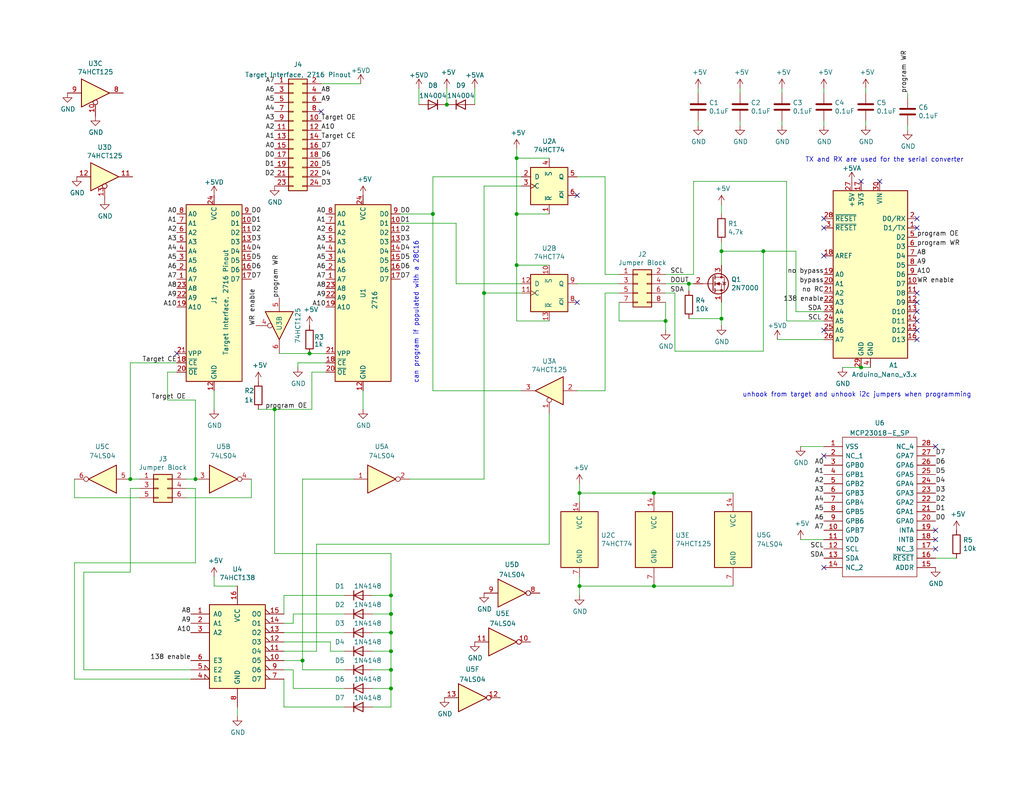
<source format=kicad_sch>
(kicad_sch (version 20211123) (generator eeschema)
  (paper "USLetter")
  (title_block (title "Demon Debugger ROM-IO Interface - I2C Version") (date "2022-02-27") (rev "C"))
  (lib_symbols
    (symbol "74xx:74HC74" (pin_names (offset 1.016))
      (property "Reference" "U" (at -7.62 8.89 0))
      (property "Value" "74HC74" (at -7.62 -8.89 0))
      (symbol "74HC74_1_0"
        (pin input line (at 0 -7.62 90) (length 2.54) (name "~{R}") (number "1"))
        (pin input line (at -7.62 2.54 0) (length 2.54) (name "D") (number "2"))
        (pin input clock (at -7.62 0 0) (length 2.54) (name "C") (number "3"))
        (pin input line (at 0 7.62 270) (length 2.54) (name "~{S}") (number "4"))
        (pin output line (at 7.62 2.54 180) (length 2.54) (name "Q") (number "5"))
        (pin output line (at 7.62 -2.54 180) (length 2.54) (name "~{Q}") (number "6"))
      )
      (symbol "74HC74_2_0"
        (pin input line (at 0 7.62 270) (length 2.54) (name "~{S}") (number "10"))
        (pin input clock (at -7.62 0 0) (length 2.54) (name "C") (number "11"))
        (pin input line (at -7.62 2.54 0) (length 2.54) (name "D") (number "12"))
        (pin input line (at 0 -7.62 90) (length 2.54) (name "~{R}") (number "13"))
        (pin output line (at 7.62 -2.54 180) (length 2.54) (name "~{Q}") (number "8"))
        (pin output line (at 7.62 2.54 180) (length 2.54) (name "Q") (number "9"))
      )
      (symbol "74HC74_3_0"
        (pin power_in line (at 0 10.16 270) (length 2.54) (name "VCC") (number "14"))
        (pin power_in line (at 0 -10.16 90) (length 2.54) (name "GND") (number "7"))
      )
    )
    (symbol "74xx:74LS04"
      (property "Reference" "U" (at 0 1.27 0))
      (property "Value" "74LS04" (at 0 -1.27 0))
      (symbol "74LS04_1_0"
        (pin input line (at -7.62 0 0) (length 3.81) (name "~") (number "1"))
        (pin output inverted (at 7.62 0 180) (length 3.81) (name "~") (number "2"))
      )
      (symbol "74LS04_2_0"
        (pin input line (at -7.62 0 0) (length 3.81) (name "~") (number "3"))
        (pin output inverted (at 7.62 0 180) (length 3.81) (name "~") (number "4"))
      )
      (symbol "74LS04_3_0"
        (pin input line (at -7.62 0 0) (length 3.81) (name "~") (number "5"))
        (pin output inverted (at 7.62 0 180) (length 3.81) (name "~") (number "6"))
      )
      (symbol "74LS04_4_0"
        (pin output inverted (at 7.62 0 180) (length 3.81) (name "~") (number "8"))
        (pin input line (at -7.62 0 0) (length 3.81) (name "~") (number "9"))
      )
      (symbol "74LS04_5_0"
        (pin output inverted (at 7.62 0 180) (length 3.81) (name "~") (number "10"))
        (pin input line (at -7.62 0 0) (length 3.81) (name "~") (number "11"))
      )
      (symbol "74LS04_6_0"
        (pin output inverted (at 7.62 0 180) (length 3.81) (name "~") (number "12"))
        (pin input line (at -7.62 0 0) (length 3.81) (name "~") (number "13"))
      )
      (symbol "74LS04_7_0"
        (pin power_in line (at 0 12.7 270) (length 5.08) (name "VCC") (number "14"))
        (pin power_in line (at 0 -12.7 90) (length 5.08) (name "GND") (number "7"))
      )
    )
    (symbol "74xx:74LS125" (pin_names (offset 1.016))
      (property "Reference" "U" (at 0 1.27 0))
      (property "Value" "74LS125" (at 0 -1.27 0))
      (symbol "74LS125_1_0"
        (pin input inverted (at 0 -6.35 90) (length 4.445) (name "~") (number "1"))
        (pin input line (at -7.62 0 0) (length 3.81) (name "~") (number "2"))
        (pin tri_state line (at 7.62 0 180) (length 3.81) (name "~") (number "3"))
      )
      (symbol "74LS125_2_0"
        (pin input inverted (at 0 -6.35 90) (length 4.445) (name "~") (number "4"))
        (pin input line (at -7.62 0 0) (length 3.81) (name "~") (number "5"))
        (pin tri_state line (at 7.62 0 180) (length 3.81) (name "~") (number "6"))
      )
      (symbol "74LS125_3_0"
        (pin input inverted (at 0 -6.35 90) (length 4.445) (name "~") (number "10"))
        (pin tri_state line (at 7.62 0 180) (length 3.81) (name "~") (number "8"))
        (pin input line (at -7.62 0 0) (length 3.81) (name "~") (number "9"))
      )
      (symbol "74LS125_4_0"
        (pin tri_state line (at 7.62 0 180) (length 3.81) (name "~") (number "11"))
        (pin input line (at -7.62 0 0) (length 3.81) (name "~") (number "12"))
        (pin input inverted (at 0 -6.35 90) (length 4.445) (name "~") (number "13"))
      )
      (symbol "74LS125_5_0"
        (pin power_in line (at 0 12.7 270) (length 5.08) (name "VCC") (number "14"))
        (pin power_in line (at 0 -12.7 90) (length 5.08) (name "GND") (number "7"))
      )
    )
    (symbol "74xx:74LS138" (pin_names (offset 1.016))
      (property "Reference" "U" (at -7.62 11.43 0))
      (property "Value" "74LS138" (at -7.62 -13.97 0))
      (symbol "74LS138_1_0"
        (pin input line (at -12.7 7.62 0) (length 5.08) (name "A0") (number "1"))
        (pin output output_low (at 12.7 -5.08 180) (length 5.08) (name "O5") (number "10"))
        (pin output output_low (at 12.7 -2.54 180) (length 5.08) (name "O4") (number "11"))
        (pin output output_low (at 12.7 0 180) (length 5.08) (name "O3") (number "12"))
        (pin output output_low (at 12.7 2.54 180) (length 5.08) (name "O2") (number "13"))
        (pin output output_low (at 12.7 5.08 180) (length 5.08) (name "O1") (number "14"))
        (pin output output_low (at 12.7 7.62 180) (length 5.08) (name "O0") (number "15"))
        (pin power_in line (at 0 15.24 270) (length 5.08) (name "VCC") (number "16"))
        (pin input line (at -12.7 5.08 0) (length 5.08) (name "A1") (number "2"))
        (pin input line (at -12.7 2.54 0) (length 5.08) (name "A2") (number "3"))
        (pin input input_low (at -12.7 -10.16 0) (length 5.08) (name "E1") (number "4"))
        (pin input input_low (at -12.7 -7.62 0) (length 5.08) (name "E2") (number "5"))
        (pin input line (at -12.7 -5.08 0) (length 5.08) (name "E3") (number "6"))
        (pin output output_low (at 12.7 -10.16 180) (length 5.08) (name "O7") (number "7"))
        (pin power_in line (at 0 -17.78 90) (length 5.08) (name "GND") (number "8"))
        (pin output output_low (at 12.7 -7.62 180) (length 5.08) (name "O6") (number "9"))
      )
    )
    (symbol "Connector_Generic:Conn_02x03_Odd_Even" (pin_names (offset 1.016) hide)
      (property "Reference" "J" (at 1.27 5.08 0))
      (property "Value" "Conn_02x03_Odd_Even" (at 1.27 -5.08 0))
      (symbol "Conn_02x03_Odd_Even_1_1"
        (pin passive line (at -5.08 2.54 0) (length 3.81) (name "Pin_1") (number "1"))
        (pin passive line (at 7.62 2.54 180) (length 3.81) (name "Pin_2") (number "2"))
        (pin passive line (at -5.08 0 0) (length 3.81) (name "Pin_3") (number "3"))
        (pin passive line (at 7.62 0 180) (length 3.81) (name "Pin_4") (number "4"))
        (pin passive line (at -5.08 -2.54 0) (length 3.81) (name "Pin_5") (number "5"))
        (pin passive line (at 7.62 -2.54 180) (length 3.81) (name "Pin_6") (number "6"))
      )
    )
    (symbol "Connector_Generic:Conn_02x04_Odd_Even" (pin_names (offset 1.016) hide)
      (property "Reference" "J" (at 1.27 5.08 0))
      (property "Value" "Conn_02x04_Odd_Even" (at 1.27 -7.62 0))
      (symbol "Conn_02x04_Odd_Even_1_1"
        (pin passive line (at -5.08 2.54 0) (length 3.81) (name "Pin_1") (number "1"))
        (pin passive line (at 7.62 2.54 180) (length 3.81) (name "Pin_2") (number "2"))
        (pin passive line (at -5.08 0 0) (length 3.81) (name "Pin_3") (number "3"))
        (pin passive line (at 7.62 0 180) (length 3.81) (name "Pin_4") (number "4"))
        (pin passive line (at -5.08 -2.54 0) (length 3.81) (name "Pin_5") (number "5"))
        (pin passive line (at 7.62 -2.54 180) (length 3.81) (name "Pin_6") (number "6"))
        (pin passive line (at -5.08 -5.08 0) (length 3.81) (name "Pin_7") (number "7"))
        (pin passive line (at 7.62 -5.08 180) (length 3.81) (name "Pin_8") (number "8"))
      )
    )
    (symbol "Connector_Generic:Conn_02x12_Odd_Even" (pin_names (offset 1.016) hide)
      (property "Reference" "J" (at 1.27 15.24 0))
      (property "Value" "Conn_02x12_Odd_Even" (at 1.27 -17.78 0))
      (symbol "Conn_02x12_Odd_Even_1_1"
        (pin passive line (at -5.08 12.7 0) (length 3.81) (name "Pin_1") (number "1"))
        (pin passive line (at 7.62 2.54 180) (length 3.81) (name "Pin_10") (number "10"))
        (pin passive line (at -5.08 0 0) (length 3.81) (name "Pin_11") (number "11"))
        (pin passive line (at 7.62 0 180) (length 3.81) (name "Pin_12") (number "12"))
        (pin passive line (at -5.08 -2.54 0) (length 3.81) (name "Pin_13") (number "13"))
        (pin passive line (at 7.62 -2.54 180) (length 3.81) (name "Pin_14") (number "14"))
        (pin passive line (at -5.08 -5.08 0) (length 3.81) (name "Pin_15") (number "15"))
        (pin passive line (at 7.62 -5.08 180) (length 3.81) (name "Pin_16") (number "16"))
        (pin passive line (at -5.08 -7.62 0) (length 3.81) (name "Pin_17") (number "17"))
        (pin passive line (at 7.62 -7.62 180) (length 3.81) (name "Pin_18") (number "18"))
        (pin passive line (at -5.08 -10.16 0) (length 3.81) (name "Pin_19") (number "19"))
        (pin passive line (at 7.62 12.7 180) (length 3.81) (name "Pin_2") (number "2"))
        (pin passive line (at 7.62 -10.16 180) (length 3.81) (name "Pin_20") (number "20"))
        (pin passive line (at -5.08 -12.7 0) (length 3.81) (name "Pin_21") (number "21"))
        (pin passive line (at 7.62 -12.7 180) (length 3.81) (name "Pin_22") (number "22"))
        (pin passive line (at -5.08 -15.24 0) (length 3.81) (name "Pin_23") (number "23"))
        (pin passive line (at 7.62 -15.24 180) (length 3.81) (name "Pin_24") (number "24"))
        (pin passive line (at -5.08 10.16 0) (length 3.81) (name "Pin_3") (number "3"))
        (pin passive line (at 7.62 10.16 180) (length 3.81) (name "Pin_4") (number "4"))
        (pin passive line (at -5.08 7.62 0) (length 3.81) (name "Pin_5") (number "5"))
        (pin passive line (at 7.62 7.62 180) (length 3.81) (name "Pin_6") (number "6"))
        (pin passive line (at -5.08 5.08 0) (length 3.81) (name "Pin_7") (number "7"))
        (pin passive line (at 7.62 5.08 180) (length 3.81) (name "Pin_8") (number "8"))
        (pin passive line (at -5.08 2.54 0) (length 3.81) (name "Pin_9") (number "9"))
      )
    )
    (symbol "Device:C" (pin_numbers hide) (pin_names (offset 0.254))
      (property "Reference" "C" (at 0.635 2.54 0))
      (property "Value" "C" (at 0.635 -2.54 0))
      (symbol "C_1_1"
        (pin passive line (at 0 3.81 270) (length 2.794) (name "~") (number "1"))
        (pin passive line (at 0 -3.81 90) (length 2.794) (name "~") (number "2"))
      )
    )
    (symbol "Device:R" (pin_numbers hide) (pin_names (offset 0))
      (property "Reference" "R" (at 2.032 0 90))
      (property "Value" "R" (at 0 0 90))
      (symbol "R_1_1"
        (pin passive line (at 0 3.81 270) (length 1.27) (name "~") (number "1"))
        (pin passive line (at 0 -3.81 90) (length 1.27) (name "~") (number "2"))
      )
    )
    (symbol "Diode:1N4004" (pin_numbers hide) (pin_names (offset 1.016) hide)
      (property "Reference" "D" (at 0 2.54 0))
      (property "Value" "1N4004" (at 0 -2.54 0))
      (symbol "1N4004_1_1"
        (pin passive line (at -3.81 0 0) (length 2.54) (name "K") (number "1"))
        (pin passive line (at 3.81 0 180) (length 2.54) (name "A") (number "2"))
      )
    )
    (symbol "Diode:1N4148" (pin_numbers hide) (pin_names (offset 1.016) hide)
      (property "Reference" "D" (at 0 2.54 0))
      (property "Value" "1N4148" (at 0 -2.54 0))
      (symbol "1N4148_1_1"
        (pin passive line (at -3.81 0 0) (length 2.54) (name "K") (number "1"))
        (pin passive line (at 3.81 0 180) (length 2.54) (name "A") (number "2"))
      )
    )
    (symbol "MCU_Module:Arduino_Nano_v3.x"
      (property "Reference" "A" (at -10.16 23.495 0))
      (property "Value" "Arduino_Nano_v3.x" (at 5.08 -24.13 0))
      (symbol "Arduino_Nano_v3.x_1_1"
        (pin bidirectional line (at -12.7 12.7 0) (length 2.54) (name "D1/TX") (number "1"))
        (pin bidirectional line (at -12.7 -2.54 0) (length 2.54) (name "D7") (number "10"))
        (pin bidirectional line (at -12.7 -5.08 0) (length 2.54) (name "D8") (number "11"))
        (pin bidirectional line (at -12.7 -7.62 0) (length 2.54) (name "D9") (number "12"))
        (pin bidirectional line (at -12.7 -10.16 0) (length 2.54) (name "D10") (number "13"))
        (pin bidirectional line (at -12.7 -12.7 0) (length 2.54) (name "D11") (number "14"))
        (pin bidirectional line (at -12.7 -15.24 0) (length 2.54) (name "D12") (number "15"))
        (pin bidirectional line (at -12.7 -17.78 0) (length 2.54) (name "D13") (number "16"))
        (pin power_out line (at 2.54 25.4 270) (length 2.54) (name "3V3") (number "17"))
        (pin input line (at 12.7 5.08 180) (length 2.54) (name "AREF") (number "18"))
        (pin bidirectional line (at 12.7 0 180) (length 2.54) (name "A0") (number "19"))
        (pin bidirectional line (at -12.7 15.24 0) (length 2.54) (name "D0/RX") (number "2"))
        (pin bidirectional line (at 12.7 -2.54 180) (length 2.54) (name "A1") (number "20"))
        (pin bidirectional line (at 12.7 -5.08 180) (length 2.54) (name "A2") (number "21"))
        (pin bidirectional line (at 12.7 -7.62 180) (length 2.54) (name "A3") (number "22"))
        (pin bidirectional line (at 12.7 -10.16 180) (length 2.54) (name "A4") (number "23"))
        (pin bidirectional line (at 12.7 -12.7 180) (length 2.54) (name "A5") (number "24"))
        (pin bidirectional line (at 12.7 -15.24 180) (length 2.54) (name "A6") (number "25"))
        (pin bidirectional line (at 12.7 -17.78 180) (length 2.54) (name "A7") (number "26"))
        (pin power_out line (at 5.08 25.4 270) (length 2.54) (name "+5V") (number "27"))
        (pin input line (at 12.7 15.24 180) (length 2.54) (name "~{RESET}") (number "28"))
        (pin power_in line (at 2.54 -25.4 90) (length 2.54) (name "GND") (number "29"))
        (pin input line (at 12.7 12.7 180) (length 2.54) (name "~{RESET}") (number "3"))
        (pin power_in line (at -2.54 25.4 270) (length 2.54) (name "VIN") (number "30"))
        (pin power_in line (at 0 -25.4 90) (length 2.54) (name "GND") (number "4"))
        (pin bidirectional line (at -12.7 10.16 0) (length 2.54) (name "D2") (number "5"))
        (pin bidirectional line (at -12.7 7.62 0) (length 2.54) (name "D3") (number "6"))
        (pin bidirectional line (at -12.7 5.08 0) (length 2.54) (name "D4") (number "7"))
        (pin bidirectional line (at -12.7 2.54 0) (length 2.54) (name "D5") (number "8"))
        (pin bidirectional line (at -12.7 0 0) (length 2.54) (name "D6") (number "9"))
      )
    )
    (symbol "Memory_EPROM:2716"
      (property "Reference" "U" (at -7.62 24.13 0))
      (property "Value" "2716" (at 2.54 -26.67 0))
      (symbol "2716_1_1"
        (pin input line (at -10.16 2.54 0) (length 2.54) (name "A7") (number "1"))
        (pin tri_state line (at 10.16 17.78 180) (length 2.54) (name "D1") (number "10"))
        (pin tri_state line (at 10.16 15.24 180) (length 2.54) (name "D2") (number "11"))
        (pin power_in line (at 0 -27.94 90) (length 2.54) (name "GND") (number "12"))
        (pin tri_state line (at 10.16 12.7 180) (length 2.54) (name "D3") (number "13"))
        (pin tri_state line (at 10.16 10.16 180) (length 2.54) (name "D4") (number "14"))
        (pin tri_state line (at 10.16 7.62 180) (length 2.54) (name "D5") (number "15"))
        (pin tri_state line (at 10.16 5.08 180) (length 2.54) (name "D6") (number "16"))
        (pin tri_state line (at 10.16 2.54 180) (length 2.54) (name "D7") (number "17"))
        (pin input line (at -10.16 -20.32 0) (length 2.54) (name "~{CE}") (number "18"))
        (pin input line (at -10.16 -5.08 0) (length 2.54) (name "A10") (number "19"))
        (pin input line (at -10.16 5.08 0) (length 2.54) (name "A6") (number "2"))
        (pin input line (at -10.16 -22.86 0) (length 2.54) (name "~{OE}") (number "20"))
        (pin input line (at -10.16 -17.78 0) (length 2.54) (name "VPP") (number "21"))
        (pin input line (at -10.16 -2.54 0) (length 2.54) (name "A9") (number "22"))
        (pin input line (at -10.16 0 0) (length 2.54) (name "A8") (number "23"))
        (pin power_in line (at 0 25.4 270) (length 2.54) (name "VCC") (number "24"))
        (pin input line (at -10.16 7.62 0) (length 2.54) (name "A5") (number "3"))
        (pin input line (at -10.16 10.16 0) (length 2.54) (name "A4") (number "4"))
        (pin input line (at -10.16 12.7 0) (length 2.54) (name "A3") (number "5"))
        (pin input line (at -10.16 15.24 0) (length 2.54) (name "A2") (number "6"))
        (pin input line (at -10.16 17.78 0) (length 2.54) (name "A1") (number "7"))
        (pin input line (at -10.16 20.32 0) (length 2.54) (name "A0") (number "8"))
        (pin tri_state line (at 10.16 20.32 180) (length 2.54) (name "D0") (number "9"))
      )
    )
    (symbol "Transistor_FET:2N7000" (pin_names hide)
      (property "Reference" "Q" (at 5.08 1.905 0))
      (property "Value" "2N7000" (at 5.08 0 0))
      (symbol "2N7000_1_1"
        (pin passive line (at 2.54 -5.08 90) (length 2.54) (name "S") (number "1"))
        (pin input line (at -5.08 0 0) (length 2.54) (name "G") (number "2"))
        (pin passive line (at 2.54 5.08 270) (length 2.54) (name "D") (number "3"))
      )
    )
    (symbol "mouser:MCP23018-E_SP" (pin_names (offset 0.762))
      (property "Reference" "IC" (at 26.67 7.62 0))
      (property "Value" "MCP23018-E_SP" (at 26.67 5.08 0))
      (symbol "MCP23018-E_SP_0_0"
        (pin power_in line (at 0 0 0) (length 5.08) (name "VSS") (number "1"))
        (pin bidirectional line (at 0 -22.86 0) (length 5.08) (name "GPB7") (number "10"))
        (pin power_in line (at 0 -25.4 0) (length 5.08) (name "VDD") (number "11"))
        (pin bidirectional line (at 0 -27.94 0) (length 5.08) (name "SCL") (number "12"))
        (pin bidirectional line (at 0 -30.48 0) (length 5.08) (name "SDA") (number "13"))
        (pin passive line (at 0 -33.02 0) (length 5.08) (name "NC_2") (number "14"))
        (pin input line (at 30.48 -33.02 180) (length 5.08) (name "ADDR") (number "15"))
        (pin input line (at 30.48 -30.48 180) (length 5.08) (name "~{RESET}") (number "16"))
        (pin passive line (at 30.48 -27.94 180) (length 5.08) (name "NC_3") (number "17"))
        (pin input line (at 30.48 -25.4 180) (length 5.08) (name "INTB") (number "18"))
        (pin input line (at 30.48 -22.86 180) (length 5.08) (name "INTA") (number "19"))
        (pin passive line (at 0 -2.54 0) (length 5.08) (name "NC_1") (number "2"))
        (pin bidirectional line (at 30.48 -20.32 180) (length 5.08) (name "GPA0") (number "20"))
        (pin bidirectional line (at 30.48 -17.78 180) (length 5.08) (name "GPA1") (number "21"))
        (pin bidirectional line (at 30.48 -15.24 180) (length 5.08) (name "GPA2") (number "22"))
        (pin bidirectional line (at 30.48 -12.7 180) (length 5.08) (name "GPA3") (number "23"))
        (pin bidirectional line (at 30.48 -10.16 180) (length 5.08) (name "GPA4") (number "24"))
        (pin bidirectional line (at 30.48 -7.62 180) (length 5.08) (name "GPA5") (number "25"))
        (pin bidirectional line (at 30.48 -5.08 180) (length 5.08) (name "GPA6") (number "26"))
        (pin bidirectional line (at 30.48 -2.54 180) (length 5.08) (name "GPA7") (number "27"))
        (pin passive line (at 30.48 0 180) (length 5.08) (name "NC_4") (number "28"))
        (pin bidirectional line (at 0 -5.08 0) (length 5.08) (name "GPB0") (number "3"))
        (pin bidirectional line (at 0 -7.62 0) (length 5.08) (name "GPB1") (number "4"))
        (pin bidirectional line (at 0 -10.16 0) (length 5.08) (name "GPB2") (number "5"))
        (pin bidirectional line (at 0 -12.7 0) (length 5.08) (name "GPB3") (number "6"))
        (pin bidirectional line (at 0 -15.24 0) (length 5.08) (name "GPB4") (number "7"))
        (pin bidirectional line (at 0 -17.78 0) (length 5.08) (name "GPB5") (number "8"))
        (pin bidirectional line (at 0 -20.32 0) (length 5.08) (name "GPB6") (number "9"))
      )
    )
    (symbol "power:+5V" (power) (pin_names (offset 0))
      (property "Value" "+5V" (at 0 3.556 0))
      (symbol "+5V_1_1"
        (pin power_in line (at 0 0 90) (length 0) hide (name "+5V") (number "1"))
      )
    )
    (symbol "power:+5VA" (power) (pin_names (offset 0))
      (property "Value" "+5VA" (at 0 3.556 0))
      (symbol "+5VA_1_1"
        (pin power_in line (at 0 0 90) (length 0) hide (name "+5VA") (number "1"))
      )
    )
    (symbol "power:+5VD" (power) (pin_names (offset 0))
      (property "Value" "+5VD" (at 0 3.556 0))
      (symbol "+5VD_1_1"
        (pin power_in line (at 0 0 90) (length 0) hide (name "+5VD") (number "1"))
      )
    )
    (symbol "power:GND" (power) (pin_names (offset 0))
      (property "Value" "GND" (at 0 -3.81 0))
      (symbol "GND_1_1"
        (pin power_in line (at 0 0 270) (length 0) hide (name "GND") (number "1"))
      )
    )
  )
  (junction (at 84.455 96.52))
  (junction (at 196.85 86.995))
  (junction (at 178.435 134.62))
  (junction (at 106.68 187.96))
  (junction (at 74.93 111.76))
  (junction (at 158.115 134.62))
  (junction (at 208.28 68.58))
  (junction (at 121.92 28.575))
  (junction (at 187.96 77.47))
  (junction (at 140.97 58.42))
  (junction (at 181.61 87.63))
  (junction (at 234.95 100.33))
  (junction (at 106.68 172.72))
  (junction (at 106.68 162.56))
  (junction (at 140.97 72.39))
  (junction (at 158.115 160.02))
  (junction (at 132.08 80.01))
  (junction (at 53.34 130.81))
  (junction (at 82.55 180.34))
  (junction (at 106.68 177.8))
  (junction (at 196.85 68.58))
  (junction (at 178.435 160.02))
  (junction (at 140.97 43.18))
  (junction (at 35.56 130.81))
  (junction (at 106.68 167.64))
  (junction (at 106.68 182.88))
  (junction (at 118.11 58.42))
  (no_connect (at 157.48 53.34))
  (no_connect (at 250.19 80.01))
  (no_connect (at 234.95 49.53))
  (no_connect (at 87.63 30.48))
  (no_connect (at 250.19 82.55))
  (no_connect (at 255.27 144.78))
  (no_connect (at 224.79 154.94))
  (no_connect (at 250.19 85.09))
  (no_connect (at 224.79 59.69))
  (no_connect (at 240.03 49.53))
  (no_connect (at 255.27 147.32))
  (no_connect (at 224.79 62.23))
  (no_connect (at 250.19 62.23))
  (no_connect (at 250.19 90.17))
  (no_connect (at 224.79 69.85))
  (no_connect (at 250.19 87.63))
  (no_connect (at 250.19 59.69))
  (no_connect (at 48.26 96.52))
  (no_connect (at 250.19 92.71))
  (no_connect (at 224.79 124.46))
  (no_connect (at 255.27 121.92))
  (no_connect (at 157.48 82.55))
  (no_connect (at 255.27 149.86))
  (no_connect (at 224.79 90.17))
  (wire (pts (xy 212.09 92.71) (xy 224.79 92.71)))
  (wire (pts (xy 217.17 68.58) (xy 217.17 85.09)))
  (wire (pts (xy 157.48 48.26) (xy 165.1 48.26)))
  (wire (pts (xy 187.96 77.47) (xy 187.96 79.375)))
  (wire (pts (xy 20.32 153.67) (xy 53.34 153.67)))
  (wire (pts (xy 140.97 58.42) (xy 149.86 58.42)))
  (wire (pts (xy 255.27 152.4) (xy 260.985 152.4)))
  (wire (pts (xy 124.46 60.96) (xy 124.46 77.47)))
  (wire (pts (xy 35.56 133.35) (xy 35.56 156.21)))
  (wire (pts (xy 189.23 74.93) (xy 189.23 49.53)))
  (wire (pts (xy 77.47 182.88) (xy 80.01 182.88)))
  (wire (pts (xy 132.08 130.81) (xy 111.76 130.81)))
  (wire (pts (xy 218.44 147.32) (xy 224.79 147.32)))
  (wire (pts (xy 58.42 160.02) (xy 58.42 157.48)))
  (wire (pts (xy 236.22 33.02) (xy 236.22 34.29)))
  (wire (pts (xy 80.01 170.18) (xy 80.01 167.64)))
  (wire (pts (xy 190.5 24.13) (xy 190.5 25.4)))
  (wire (pts (xy 101.6 162.56) (xy 106.68 162.56)))
  (wire (pts (xy 90.17 177.8) (xy 93.98 177.8)))
  (wire (pts (xy 38.1 133.35) (xy 35.56 133.35)))
  (wire (pts (xy 158.115 160.02) (xy 158.115 162.56)))
  (wire (pts (xy 52.07 182.88) (xy 22.86 182.88)))
  (wire (pts (xy 168.91 87.63) (xy 181.61 87.63)))
  (wire (pts (xy 121.92 24.13) (xy 121.92 28.575)))
  (wire (pts (xy 196.85 55.88) (xy 196.85 58.42)))
  (wire (pts (xy 140.97 40.64) (xy 140.97 43.18)))
  (wire (pts (xy 77.47 170.18) (xy 80.01 170.18)))
  (wire (pts (xy 80.01 187.96) (xy 93.98 187.96)))
  (wire (pts (xy 74.93 151.13) (xy 74.93 111.76)))
  (wire (pts (xy 196.85 68.58) (xy 196.85 72.39)))
  (wire (pts (xy 247.65 25.4) (xy 247.65 26.67)))
  (wire (pts (xy 168.91 74.93) (xy 165.1 74.93)))
  (wire (pts (xy 50.8 135.89) (xy 68.58 135.89)))
  (wire (pts (xy 77.47 167.64) (xy 77.47 162.56)))
  (wire (pts (xy 181.61 82.55) (xy 181.61 87.63)))
  (wire (pts (xy 106.68 177.8) (xy 106.68 182.88)))
  (wire (pts (xy 165.1 80.01) (xy 165.1 106.68)))
  (wire (pts (xy 88.9 101.6) (xy 85.09 101.6)))
  (wire (pts (xy 181.61 74.93) (xy 189.23 74.93)))
  (wire (pts (xy 106.68 187.96) (xy 101.6 187.96)))
  (wire (pts (xy 236.22 24.13) (xy 236.22 25.4)))
  (wire (pts (xy 101.6 182.88) (xy 106.68 182.88)))
  (wire (pts (xy 77.47 180.34) (xy 82.55 180.34)))
  (wire (pts (xy 50.8 130.81) (xy 53.34 130.81)))
  (wire (pts (xy 106.68 182.88) (xy 106.68 187.96)))
  (wire (pts (xy 101.6 193.04) (xy 106.68 193.04)))
  (wire (pts (xy 190.5 33.02) (xy 190.5 34.29)))
  (wire (pts (xy 48.26 101.6) (xy 45.72 101.6)))
  (wire (pts (xy 149.86 113.03) (xy 149.86 148.59)))
  (wire (pts (xy 118.11 48.26) (xy 118.11 58.42)))
  (wire (pts (xy 77.47 175.26) (xy 90.17 175.26)))
  (wire (pts (xy 184.15 80.01) (xy 184.15 95.885)))
  (wire (pts (xy 196.85 68.58) (xy 208.28 68.58)))
  (wire (pts (xy 35.56 99.06) (xy 35.56 130.81)))
  (wire (pts (xy 118.11 48.26) (xy 142.24 48.26)))
  (wire (pts (xy 106.68 193.04) (xy 106.68 187.96)))
  (wire (pts (xy 168.91 80.01) (xy 165.1 80.01)))
  (wire (pts (xy 224.79 33.02) (xy 224.79 34.29)))
  (wire (pts (xy 106.68 151.13) (xy 106.68 162.56)))
  (wire (pts (xy 132.08 50.8) (xy 132.08 80.01)))
  (wire (pts (xy 77.47 162.56) (xy 93.98 162.56)))
  (wire (pts (xy 132.08 80.01) (xy 132.08 130.81)))
  (wire (pts (xy 45.72 109.22) (xy 45.72 101.6)))
  (wire (pts (xy 158.115 132.08) (xy 158.115 134.62)))
  (wire (pts (xy 247.65 34.29) (xy 247.65 35.56)))
  (wire (pts (xy 213.36 24.13) (xy 213.36 25.4)))
  (wire (pts (xy 213.36 33.02) (xy 213.36 34.29)))
  (wire (pts (xy 82.55 130.81) (xy 82.55 180.34)))
  (wire (pts (xy 157.48 106.68) (xy 165.1 106.68)))
  (wire (pts (xy 158.115 157.48) (xy 158.115 160.02)))
  (wire (pts (xy 53.34 153.67) (xy 53.34 133.35)))
  (wire (pts (xy 214.63 49.53) (xy 214.63 87.63)))
  (wire (pts (xy 208.28 68.58) (xy 217.17 68.58)))
  (wire (pts (xy 129.54 24.13) (xy 129.54 28.575)))
  (wire (pts (xy 158.115 134.62) (xy 178.435 134.62)))
  (wire (pts (xy 77.47 185.42) (xy 77.47 193.04)))
  (wire (pts (xy 224.79 85.09) (xy 217.17 85.09)))
  (wire (pts (xy 86.36 148.59) (xy 86.36 177.8)))
  (wire (pts (xy 124.46 77.47) (xy 142.24 77.47)))
  (wire (pts (xy 101.6 177.8) (xy 106.68 177.8)))
  (wire (pts (xy 87.63 22.86) (xy 98.425 22.86)))
  (wire (pts (xy 101.6 172.72) (xy 106.68 172.72)))
  (wire (pts (xy 20.32 185.42) (xy 20.32 153.67)))
  (wire (pts (xy 201.93 24.13) (xy 201.93 25.4)))
  (wire (pts (xy 84.455 96.52) (xy 88.9 96.52)))
  (wire (pts (xy 118.11 106.68) (xy 142.24 106.68)))
  (wire (pts (xy 93.98 193.04) (xy 77.47 193.04)))
  (wire (pts (xy 132.08 50.8) (xy 142.24 50.8)))
  (wire (pts (xy 158.115 160.02) (xy 178.435 160.02)))
  (wire (pts (xy 187.96 77.47) (xy 189.23 77.47)))
  (wire (pts (xy 38.1 130.81) (xy 35.56 130.81)))
  (wire (pts (xy 109.22 58.42) (xy 118.11 58.42)))
  (wire (pts (xy 214.63 87.63) (xy 224.79 87.63)))
  (wire (pts (xy 74.93 151.13) (xy 106.68 151.13)))
  (wire (pts (xy 140.97 58.42) (xy 140.97 72.39)))
  (wire (pts (xy 20.32 185.42) (xy 52.07 185.42)))
  (wire (pts (xy 196.85 66.04) (xy 196.85 68.58)))
  (wire (pts (xy 35.56 99.06) (xy 48.26 99.06)))
  (wire (pts (xy 77.47 172.72) (xy 93.98 172.72)))
  (wire (pts (xy 140.97 43.18) (xy 149.86 43.18)))
  (wire (pts (xy 234.95 100.33) (xy 237.49 100.33)))
  (wire (pts (xy 22.86 156.21) (xy 22.86 182.88)))
  (wire (pts (xy 20.32 130.81) (xy 20.32 135.89)))
  (wire (pts (xy 140.97 43.18) (xy 140.97 58.42)))
  (wire (pts (xy 68.58 135.89) (xy 68.58 130.81)))
  (wire (pts (xy 22.86 156.21) (xy 35.56 156.21)))
  (wire (pts (xy 85.09 101.6) (xy 85.09 111.76)))
  (wire (pts (xy 80.01 182.88) (xy 80.01 187.96)))
  (wire (pts (xy 106.68 167.64) (xy 106.68 172.72)))
  (wire (pts (xy 80.01 167.64) (xy 93.98 167.64)))
  (wire (pts (xy 82.55 180.34) (xy 82.55 182.88)))
  (wire (pts (xy 224.79 24.13) (xy 224.79 25.4)))
  (wire (pts (xy 140.97 72.39) (xy 149.86 72.39)))
  (wire (pts (xy 132.08 80.01) (xy 142.24 80.01)))
  (wire (pts (xy 181.61 80.01) (xy 184.15 80.01)))
  (wire (pts (xy 229.87 100.33) (xy 234.95 100.33)))
  (wire (pts (xy 74.93 111.76) (xy 85.09 111.76)))
  (wire (pts (xy 208.28 68.58) (xy 208.28 95.885)))
  (wire (pts (xy 178.435 134.62) (xy 200.025 134.62)))
  (wire (pts (xy 86.36 148.59) (xy 149.86 148.59)))
  (wire (pts (xy 189.23 49.53) (xy 214.63 49.53)))
  (wire (pts (xy 165.1 74.93) (xy 165.1 48.26)))
  (wire (pts (xy 81.28 99.06) (xy 88.9 99.06)))
  (wire (pts (xy 64.77 160.02) (xy 58.42 160.02)))
  (wire (pts (xy 157.48 77.47) (xy 168.91 77.47)))
  (wire (pts (xy 196.85 82.55) (xy 196.85 86.995)))
  (wire (pts (xy 118.11 58.42) (xy 118.11 106.68)))
  (wire (pts (xy 53.34 109.22) (xy 45.72 109.22)))
  (wire (pts (xy 99.06 106.68) (xy 99.06 111.76)))
  (wire (pts (xy 20.32 135.89) (xy 38.1 135.89)))
  (wire (pts (xy 109.22 60.96) (xy 124.46 60.96)))
  (wire (pts (xy 77.47 177.8) (xy 86.36 177.8)))
  (wire (pts (xy 101.6 167.64) (xy 106.68 167.64)))
  (wire (pts (xy 106.68 172.72) (xy 106.68 177.8)))
  (wire (pts (xy 187.96 86.995) (xy 196.85 86.995)))
  (wire (pts (xy 201.93 33.02) (xy 201.93 34.29)))
  (wire (pts (xy 140.97 72.39) (xy 140.97 87.63)))
  (wire (pts (xy 158.115 134.62) (xy 158.115 137.16)))
  (wire (pts (xy 184.15 95.885) (xy 208.28 95.885)))
  (wire (pts (xy 114.3 28.575) (xy 114.3 24.13)))
  (wire (pts (xy 181.61 77.47) (xy 187.96 77.47)))
  (wire (pts (xy 53.34 133.35) (xy 50.8 133.35)))
  (wire (pts (xy 82.55 182.88) (xy 93.98 182.88)))
  (wire (pts (xy 106.68 162.56) (xy 106.68 167.64)))
  (wire (pts (xy 181.61 87.63) (xy 181.61 90.17)))
  (wire (pts (xy 196.85 86.995) (xy 196.85 88.9)))
  (wire (pts (xy 200.025 160.02) (xy 178.435 160.02)))
  (wire (pts (xy 218.44 121.92) (xy 224.79 121.92)))
  (wire (pts (xy 53.34 109.22) (xy 53.34 130.81)))
  (wire (pts (xy 58.42 106.68) (xy 58.42 111.76)))
  (wire (pts (xy 76.2 96.52) (xy 84.455 96.52)))
  (wire (pts (xy 70.485 111.76) (xy 74.93 111.76)))
  (wire (pts (xy 90.17 175.26) (xy 90.17 177.8)))
  (wire (pts (xy 168.91 82.55) (xy 168.91 87.63)))
  (wire (pts (xy 64.77 195.58) (xy 64.77 193.04)))
  (wire (pts (xy 140.97 87.63) (xy 149.86 87.63)))
  (wire (pts (xy 81.28 100.33) (xy 81.28 99.06)))
  (wire (pts (xy 82.55 130.81) (xy 96.52 130.81)))
  (text "TX and RX are used for the serial converter" (at 219.71 44.45 0) (effects (font (size 1.27 1.27)) (justify left bottom)))
  (text "can program if populated with a 28C16" (at 114.3 104.775 90) (effects (font (size 1.27 1.27)) (justify left bottom)))
  (text "unhook from target and unhook i2c jumpers when programming" (at 202.565 108.585 0) (effects (font (size 1.27 1.27)) (justify left bottom)))
  (label "D4" (at 255.27 132.08 0))
  (label "WR enable" (at 69.85 88.9 90))
  (label "A5" (at 48.26 71.12 180))
  (label "A9" (at 52.07 170.18 180))
  (label "A4" (at 88.9 68.58 180))
  (label "A10" (at 88.9 83.82 180))
  (label "A9" (at 48.26 81.28 180))
  (label "D6" (at 109.22 73.66 0))
  (label "A10" (at 48.26 83.82 180))
  (label "A10" (at 250.19 74.93 0))
  (label "program WR" (at 247.65 25.4 90))
  (label "D2" (at 109.22 63.5 0))
  (label "D6" (at 255.27 127 0))
  (label "D7" (at 109.22 76.2 0))
  (label "A9" (at 250.19 72.39 0))
  (label "Target OE" (at 50.8 109.22 180))
  (label "A6" (at 48.26 73.66 180))
  (label "D1" (at 74.93 45.72 180))
  (label "Target CE" (at 87.63 38.1 0))
  (label "program WR" (at 76.2 81.28 90))
  (label "A1" (at 88.9 60.96 180))
  (label "D4" (at 68.58 68.58 0))
  (label "A1" (at 48.26 60.96 180))
  (label "A3" (at 224.79 134.62 180))
  (label "A1" (at 224.79 129.54 180))
  (label "A4" (at 74.93 30.48 180))
  (label "A8" (at 87.63 25.4 0))
  (label "A3" (at 88.9 66.04 180))
  (label "D2" (at 74.93 48.26 180))
  (label "D0" (at 74.93 43.18 180))
  (label "WR enable" (at 250.19 77.47 0))
  (label "D3" (at 68.58 66.04 0))
  (label "A7" (at 74.93 22.86 180))
  (label "D7" (at 68.58 76.2 0))
  (label "D0" (at 255.27 142.24 0))
  (label "A2" (at 74.93 35.56 180))
  (label "SDA" (at 224.155 85.09 180))
  (label "A7" (at 88.9 76.2 180))
  (label "SDA" (at 224.79 152.4 180))
  (label "A2" (at 48.26 63.5 180))
  (label "A6" (at 88.9 73.66 180))
  (label "D5" (at 68.58 71.12 0))
  (label "D4" (at 109.22 68.58 0))
  (label "D7" (at 255.27 124.46 0))
  (label "D0" (at 68.58 58.42 0))
  (label "D6" (at 87.63 43.18 0))
  (label "DOUT" (at 182.88 77.47 0))
  (label "A3" (at 74.93 33.02 180))
  (label "program OE" (at 250.19 64.77 0))
  (label "no bypass" (at 224.79 74.93 180))
  (label "A2" (at 88.9 63.5 180))
  (label "A10" (at 52.07 172.72 180))
  (label "A0" (at 88.9 58.42 180))
  (label "SDA" (at 182.88 80.01 0))
  (label "A3" (at 48.26 66.04 180))
  (label "A2" (at 224.79 132.08 180))
  (label "A4" (at 224.79 137.16 180))
  (label "A5" (at 88.9 71.12 180))
  (label "D5" (at 255.27 129.54 0))
  (label "A8" (at 250.19 69.85 0))
  (label "A10" (at 87.63 35.56 0))
  (label "A9" (at 88.9 81.28 180))
  (label "D2" (at 68.58 63.5 0))
  (label "Target OE" (at 87.63 33.02 0))
  (label "A7" (at 48.26 76.2 180))
  (label "A0" (at 224.79 127 180))
  (label "138 enable" (at 52.07 180.34 180))
  (label "D3" (at 87.63 50.8 0))
  (label "D3" (at 109.22 66.04 0))
  (label "A1" (at 74.93 38.1 180))
  (label "A7" (at 224.79 144.78 180))
  (label "A0" (at 74.93 40.64 180))
  (label "A5" (at 224.79 139.7 180))
  (label "D7" (at 87.63 40.64 0))
  (label "A8" (at 88.9 78.74 180))
  (label "D6" (at 68.58 73.66 0))
  (label "D5" (at 87.63 45.72 0))
  (label "D1" (at 68.58 60.96 0))
  (label "A0" (at 48.26 58.42 180))
  (label "D1" (at 255.27 139.7 0))
  (label "D4" (at 87.63 48.26 0))
  (label "SCL" (at 224.155 87.63 180))
  (label "program OE" (at 72.39 111.76 0))
  (label "A8" (at 52.07 167.64 180))
  (label "138 enable" (at 224.79 82.55 180))
  (label "D5" (at 109.22 71.12 0))
  (label "A4" (at 48.26 68.58 180))
  (label "D0" (at 109.22 58.42 0))
  (label "A6" (at 224.79 142.24 180))
  (label "A6" (at 74.93 25.4 180))
  (label "bypass" (at 224.79 77.47 180))
  (label "A9" (at 87.63 27.94 0))
  (label "D3" (at 255.27 134.62 0))
  (label "Target CE" (at 48.26 99.06 180))
  (label "SCL" (at 182.88 74.93 0))
  (label "D1" (at 109.22 60.96 0))
  (label "no RC" (at 224.79 80.01 180))
  (label "A8" (at 48.26 78.74 180))
  (label "SCL" (at 224.79 149.86 180))
  (label "program WR" (at 250.19 67.31 0))
  (label "A5" (at 74.93 27.94 180))
  (label "D2" (at 255.27 137.16 0))
  (symbol (lib_id "power:GND") (at 99.06 111.76 0) (unit 1)
    (property "Reference" "#PWR0101" (effects hide))
    (property "Value" "GND" (at 99.187 116.1542 0))
  )
  (symbol (lib_id "power:+5V") (at 99.06 53.34 0) (unit 1)
    (property "Reference" "#PWR0103" (effects hide))
    (property "Value" "+5V" (at 99.441 48.9458 0))
  )
  (symbol (lib_id "power:GND") (at 196.85 88.9 0) (unit 1)
    (property "Reference" "#PWR0106" (effects hide))
    (property "Value" "GND" (at 196.977 93.2942 0))
  )
  (symbol (lib_id "Memory_EPROM:2716") (at 99.06 78.74 0) (unit 1)
    (property "Reference" "U1" (at 99.06 80.01 90))
    (property "Value" "2716" (at 102.235 81.915 90))
    (property "Footprint" "Package_DIP:DIP-24_W15.24mm_Socket" (effects hide))
    (property "Datasheet" "http://ww1.microchip.com/downloads/en/DeviceDoc/11107M.pdf" (effects hide))
  )
  (symbol (lib_id "Memory_EPROM:2716") (at 58.42 78.74 0) (unit 1)
    (property "Reference" "J1" (at 58.42 81.915 90))
    (property "Value" "Target Interface, 2716 Pinout" (at 61.595 82.55 90))
    (property "Footprint" "Package_DIP:DIP-24_W15.24mm_Socket" (effects hide))
    (property "Datasheet" "http://ww1.microchip.com/downloads/en/DeviceDoc/11107M.pdf" (effects hide))
  )
  (symbol (lib_id "power:GND") (at 58.42 111.76 0) (unit 1)
    (property "Reference" "#PWR0104" (effects hide))
    (property "Value" "GND" (at 58.547 116.1542 0))
  )
  (symbol (lib_id "74xx:74HC74") (at 149.86 50.8 0) (unit 1)
    (property "Reference" "U2" (at 149.86 38.5826 0))
    (property "Value" "74HCT74" (at 149.86 40.894 0))
    (property "Footprint" "Package_DIP:DIP-14_W7.62mm" (effects hide))
    (property "Datasheet" "74xx/74hc_hct74.pdf" (effects hide))
  )
  (symbol (lib_id "74xx:74HC74") (at 149.86 80.01 0) (unit 2)
    (property "Reference" "U2" (at 149.86 67.7926 0))
    (property "Value" "74HCT74" (at 149.86 70.104 0))
    (property "Footprint" "Package_DIP:DIP-14_W7.62mm" (effects hide))
    (property "Datasheet" "74xx/74hc_hct74.pdf" (effects hide))
  )
  (symbol (lib_id "74xx:74LS125") (at 149.86 106.68 0) (mirror y) (unit 1)
    (property "Reference" "U3" (at 149.86 98.6282 0))
    (property "Value" "74HCT125" (at 149.86 100.9396 0))
    (property "Footprint" "Package_DIP:DIP-14_W7.62mm" (effects hide))
    (property "Datasheet" "http://www.ti.com/lit/gpn/sn74LS125" (effects hide))
  )
  (symbol (lib_id "74xx:74LS125") (at 178.435 147.32 0) (unit 5)
    (property "Reference" "U3" (at 184.277 146.1516 0) (effects (justify left)))
    (property "Value" "74HCT125" (at 184.277 148.463 0) (effects (justify left)))
    (property "Footprint" "Package_DIP:DIP-14_W7.62mm" (effects hide))
    (property "Datasheet" "http://www.ti.com/lit/gpn/sn74LS125" (effects hide))
  )
  (symbol (lib_id "74xx:74LS138") (at 64.77 175.26 0) (unit 1)
    (property "Reference" "U4" (at 64.77 155.4226 0))
    (property "Value" "74HCT138" (at 64.77 157.734 0))
    (property "Footprint" "Package_DIP:DIP-16_W7.62mm" (effects hide))
    (property "Datasheet" "http://www.ti.com/lit/gpn/sn74LS138" (effects hide))
  )
  (symbol (lib_id "74xx:74HC74") (at 158.115 147.32 0) (unit 3)
    (property "Reference" "U2" (at 163.957 146.1516 0) (effects (justify left)))
    (property "Value" "74HCT74" (at 163.957 148.463 0) (effects (justify left)))
    (property "Footprint" "Package_DIP:DIP-14_W7.62mm" (effects hide))
    (property "Datasheet" "74xx/74hc_hct74.pdf" (effects hide))
  )
  (symbol (lib_id "power:+5V") (at 158.115 132.08 0) (unit 1)
    (property "Reference" "#PWR0112" (effects hide))
    (property "Value" "+5V" (at 158.496 127.6858 0))
  )
  (symbol (lib_id "power:GND") (at 158.115 162.56 0) (unit 1)
    (property "Reference" "#PWR0113" (effects hide))
    (property "Value" "GND" (at 158.242 166.9542 0))
  )
  (symbol (lib_id "power:+5V") (at 58.42 157.48 0) (unit 1)
    (property "Reference" "#PWR0102" (effects hide))
    (property "Value" "+5V" (at 58.801 153.0858 0))
  )
  (symbol (lib_id "Device:C") (at 190.5 29.21 0) (unit 1)
    (property "Reference" "C1" (at 193.421 28.0416 0) (effects (justify left)))
    (property "Value" "0.1uF" (at 193.421 30.353 0) (effects (justify left)))
    (property "Footprint" "Capacitor_THT:C_Axial_L3.8mm_D2.6mm_P7.50mm_Horizontal" (effects hide))
  )
  (symbol (lib_id "power:+5V") (at 190.5 24.13 0) (unit 1)
    (property "Reference" "#PWR0114" (effects hide))
    (property "Value" "+5V" (at 190.881 19.7358 0))
  )
  (symbol (lib_id "power:GND") (at 190.5 34.29 0) (unit 1)
    (property "Reference" "#PWR0115" (effects hide))
    (property "Value" "GND" (at 190.627 38.6842 0))
  )
  (symbol (lib_id "Device:C") (at 201.93 29.21 0) (unit 1)
    (property "Reference" "C2" (at 204.851 28.0416 0) (effects (justify left)))
    (property "Value" "0.1uF" (at 204.851 30.353 0) (effects (justify left)))
    (property "Footprint" "Capacitor_THT:C_Axial_L3.8mm_D2.6mm_P7.50mm_Horizontal" (effects hide))
  )
  (symbol (lib_id "power:+5V") (at 201.93 24.13 0) (unit 1)
    (property "Reference" "#PWR0116" (effects hide))
    (property "Value" "+5V" (at 202.311 19.7358 0))
  )
  (symbol (lib_id "power:GND") (at 201.93 34.29 0) (unit 1)
    (property "Reference" "#PWR0117" (effects hide))
    (property "Value" "GND" (at 202.057 38.6842 0))
  )
  (symbol (lib_id "Device:C") (at 213.36 29.21 0) (unit 1)
    (property "Reference" "C3" (at 216.281 28.0416 0) (effects (justify left)))
    (property "Value" "0.1uF" (at 216.281 30.353 0) (effects (justify left)))
    (property "Footprint" "Capacitor_THT:C_Axial_L3.8mm_D2.6mm_P7.50mm_Horizontal" (effects hide))
  )
  (symbol (lib_id "power:+5V") (at 213.36 24.13 0) (unit 1)
    (property "Reference" "#PWR0118" (effects hide))
    (property "Value" "+5V" (at 213.741 19.7358 0))
  )
  (symbol (lib_id "power:GND") (at 213.36 34.29 0) (unit 1)
    (property "Reference" "#PWR0119" (effects hide))
    (property "Value" "GND" (at 213.487 38.6842 0))
  )
  (symbol (lib_id "Transistor_FET:2N7000") (at 194.31 77.47 0) (unit 1)
    (property "Reference" "Q1" (at 199.4916 76.3016 0) (effects (justify left)))
    (property "Value" "2N7000" (at 199.4916 78.613 0) (effects (justify left)))
    (property "Footprint" "Package_TO_SOT_THT:TO-92_Inline" (effects hide))
    (property "Datasheet" "https://www.onsemi.com/pub/Collateral/NDS7002A-D.PDF" (effects hide))
  )
  (symbol (lib_id "power:GND") (at 64.77 195.58 0) (unit 1)
    (property "Reference" "#PWR0126" (effects hide))
    (property "Value" "GND" (at 64.897 199.9742 0))
  )
  (symbol (lib_id "Device:R") (at 70.485 107.95 0) (unit 1)
    (property "Reference" "R2" (at 66.675 106.68 0) (effects (justify left)))
    (property "Value" "1k" (at 66.675 109.22 0) (effects (justify left)))
    (property "Footprint" "Resistor_THT:R_Axial_DIN0207_L6.3mm_D2.5mm_P2.54mm_Vertical" (effects hide))
  )
  (symbol (lib_id "power:+5V") (at 70.485 104.14 0) (unit 1)
    (property "Reference" "#PWR0127" (effects hide))
    (property "Value" "+5V" (at 70.866 99.7458 0))
  )
  (symbol (lib_id "power:GND") (at 229.87 100.33 0) (unit 1)
    (property "Reference" "#PWR0108" (effects hide))
    (property "Value" "GND" (at 229.997 104.7242 0))
  )
  (symbol (lib_id "MCU_Module:Arduino_Nano_v3.x") (at 237.49 74.93 0) (mirror y) (unit 1)
    (property "Reference" "A1" (at 243.84 99.695 0))
    (property "Value" "Arduino_Nano_v3.x" (at 241.3 102.235 0))
    (property "Footprint" "Module:Arduino_Nano" (effects hide))
    (property "Datasheet" "http://www.mouser.com/pdfdocs/Gravitech_Arduino_Nano3_0.pdf" (effects hide))
  )
  (symbol (lib_id "Device:R") (at 196.85 62.23 0) (unit 1)
    (property "Reference" "R1" (at 198.628 61.0616 0) (effects (justify left)))
    (property "Value" "4.7k" (at 198.628 63.373 0) (effects (justify left)))
    (property "Footprint" "Resistor_THT:R_Axial_DIN0207_L6.3mm_D2.5mm_P2.54mm_Vertical" (effects hide))
  )
  (symbol (lib_id "power:+5V") (at 196.85 55.88 0) (unit 1)
    (property "Reference" "#PWR0109" (effects hide))
    (property "Value" "+5V" (at 197.231 51.4858 0))
  )
  (symbol (lib_id "power:GND") (at 81.28 100.33 0) (unit 1)
    (property "Reference" "#PWR0111" (effects hide))
    (property "Value" "GND" (at 81.407 104.7242 0))
  )
  (symbol (lib_id "power:+5V") (at 140.97 40.64 0) (unit 1)
    (property "Reference" "#PWR0110" (effects hide))
    (property "Value" "+5V" (at 141.351 36.2458 0))
  )
  (symbol (lib_id "power:GND") (at 181.61 90.17 0) (unit 1)
    (property "Reference" "#PWR0121" (effects hide))
    (property "Value" "GND" (at 181.737 94.5642 0))
  )
  (symbol (lib_id "Connector_Generic:Conn_02x04_Odd_Even") (at 173.99 77.47 0) (unit 1)
    (property "Reference" "J2" (at 175.26 69.4182 0))
    (property "Value" "Jumper Block" (at 175.26 71.7296 0))
    (property "Footprint" "Connector_PinHeader_2.54mm:PinHeader_2x04_P2.54mm_Vertical" (effects hide))
  )
  (symbol (lib_id "Device:C") (at 224.79 29.21 0) (unit 1)
    (property "Reference" "C4" (at 227.711 28.0416 0) (effects (justify left)))
    (property "Value" "0.1uF" (at 227.711 30.353 0) (effects (justify left)))
    (property "Footprint" "Capacitor_THT:C_Axial_L3.8mm_D2.6mm_P7.50mm_Horizontal" (effects hide))
  )
  (symbol (lib_id "power:+5V") (at 224.79 24.13 0) (unit 1)
    (property "Reference" "#PWR0128" (effects hide))
    (property "Value" "+5V" (at 225.171 19.7358 0))
  )
  (symbol (lib_id "power:GND") (at 224.79 34.29 0) (unit 1)
    (property "Reference" "#PWR0125" (effects hide))
    (property "Value" "GND" (at 224.917 38.6842 0))
  )
  (symbol (lib_id "Device:C") (at 236.22 29.21 0) (unit 1)
    (property "Reference" "C5" (at 239.141 28.0416 0) (effects (justify left)))
    (property "Value" "0.1uF" (at 239.141 30.353 0) (effects (justify left)))
    (property "Footprint" "Capacitor_THT:C_Axial_L3.8mm_D2.6mm_P7.50mm_Horizontal" (effects hide))
  )
  (symbol (lib_id "power:+5V") (at 236.22 24.13 0) (unit 1)
    (property "Reference" "#PWR0129" (effects hide))
    (property "Value" "+5V" (at 236.601 19.7358 0))
  )
  (symbol (lib_id "power:GND") (at 236.22 34.29 0) (unit 1)
    (property "Reference" "#PWR0130" (effects hide))
    (property "Value" "GND" (at 236.347 38.6842 0))
  )
  (symbol (lib_id "Connector_Generic:Conn_02x03_Odd_Even") (at 43.18 133.35 0) (unit 1)
    (property "Reference" "J3" (at 44.45 125.2982 0))
    (property "Value" "Jumper Block" (at 44.45 127.6096 0))
    (property "Footprint" "Connector_PinHeader_2.54mm:PinHeader_2x03_P2.54mm_Vertical" (effects hide))
  )
  (symbol (lib_id "74xx:74LS04") (at 128.905 190.5 0) (unit 6)
    (property "Reference" "U5" (at 128.905 182.7235 0))
    (property "Value" "74LS04" (at 128.905 185.4986 0))
    (property "Datasheet" "http://www.ti.com/lit/gpn/sn74LS04" (effects hide))
  )
  (symbol (lib_id "Diode:1N4148") (at 97.79 162.56 0) (unit 1)
    (property "Reference" "D1" (at 92.71 160.02 0))
    (property "Value" "1N4148" (at 100.33 160.02 0))
    (property "Footprint" "Diode_THT:D_DO-35_SOD27_P2.54mm_Vertical_AnodeUp" (effects hide))
    (property "Datasheet" "https://assets.nexperia.com/documents/data-sheet/1N4148_1N4448.pdf" (effects hide))
  )
  (symbol (lib_id "74xx:74LS04") (at 139.7 161.925 0) (unit 4)
    (property "Reference" "U5" (at 139.7 154.1485 0))
    (property "Value" "74LS04" (at 139.7 156.9236 0))
    (property "Datasheet" "http://www.ti.com/lit/gpn/sn74LS04" (effects hide))
  )
  (symbol (lib_id "74xx:74LS04") (at 104.14 130.81 0) (unit 1)
    (property "Reference" "U5" (at 104.14 121.92 0))
    (property "Value" "74LS04" (at 104.14 124.46 0))
    (property "Footprint" "Package_DIP:DIP-14_W7.62mm" (effects hide))
    (property "Datasheet" "http://www.ti.com/lit/gpn/sn74LS04" (effects hide))
  )
  (symbol (lib_id "mouser:MCP23018-E_SP") (at 224.79 121.92 0) (unit 1)
    (property "Reference" "U6" (at 240.03 115.4643 0))
    (property "Value" "MCP23018-E_SP" (at 240.03 118.2394 0))
    (property "Footprint" "Package_DIP:DIP-28_W7.62mm" (effects hide))
    (property "Datasheet" "https://componentsearchengine.com/Datasheets/1/MCP23018-E_SP.pdf" (effects hide))
    (property "Description" "Microchip MCP23018-E/SP I/O Expander, 28-Pin SPDIP" (effects hide))
    (property "Height" "5.08" (effects hide))
    (property "Mouser Part Number" "579-MCP23018-E/SP" (effects hide))
    (property "Mouser Price/Stock" "https://www.mouser.co.uk/ProductDetail/Microchip-Technology/MCP23018-E-SP?qs=rTzW0HAgjYPi3CrOYquyXg%3D%3D" (effects hide))
    (property "Manufacturer_Name" "Microchip" (effects hide))
    (property "Manufacturer_Part_Number" "MCP23018-E/SP" (effects hide))
  )
  (symbol (lib_id "Device:R") (at 260.985 148.59 0) (unit 1)
    (property "Reference" "R5" (at 262.763 147.4216 0) (effects (justify left)))
    (property "Value" "10k" (at 262.763 149.733 0) (effects (justify left)))
    (property "Footprint" "Resistor_THT:R_Axial_DIN0207_L6.3mm_D2.5mm_P2.54mm_Vertical" (effects hide))
  )
  (symbol (lib_id "power:+5VD") (at 98.425 22.86 0) (unit 1)
    (property "Reference" "#PWR0134" (effects hide))
    (property "Value" "+5VD" (at 98.425 19.2555 0))
  )
  (symbol (lib_id "power:+5V") (at 84.455 88.9 0) (unit 1)
    (property "Reference" "#PWR0133" (effects hide))
    (property "Value" "+5V" (at 84.836 84.5058 0))
  )
  (symbol (lib_id "power:+5VA") (at 232.41 49.53 0) (unit 1)
    (property "Reference" "#PWR0131" (effects hide))
    (property "Value" "+5VA" (at 232.41 45.9255 0))
  )
  (symbol (lib_id "power:GND") (at 247.65 35.56 0) (unit 1)
    (property "Reference" "#PWR0124" (effects hide))
    (property "Value" "GND" (at 247.777 39.9542 0))
  )
  (symbol (lib_id "power:+5V") (at 218.44 147.32 0) (unit 1)
    (property "Reference" "#PWR0120" (effects hide))
    (property "Value" "+5V" (at 218.821 142.9258 0))
  )
  (symbol (lib_id "74xx:74LS04") (at 137.16 175.26 0) (unit 5)
    (property "Reference" "U5" (at 137.16 167.4835 0))
    (property "Value" "74LS04" (at 137.16 170.2586 0))
    (property "Datasheet" "http://www.ti.com/lit/gpn/sn74LS04" (effects hide))
  )
  (symbol (lib_id "power:GND") (at 218.44 121.92 0) (unit 1)
    (property "Reference" "#PWR0105" (effects hide))
    (property "Value" "GND" (at 218.567 126.3142 0))
  )
  (symbol (lib_id "Diode:1N4148") (at 97.79 193.04 0) (unit 1)
    (property "Reference" "D7" (at 92.71 190.5 0))
    (property "Value" "1N4148" (at 100.33 190.5 0))
    (property "Footprint" "Diode_THT:D_DO-35_SOD27_P2.54mm_Vertical_AnodeUp" (effects hide))
    (property "Datasheet" "https://assets.nexperia.com/documents/data-sheet/1N4148_1N4448.pdf" (effects hide))
  )
  (symbol (lib_id "Diode:1N4148") (at 97.79 187.96 0) (unit 1)
    (property "Reference" "D6" (at 92.71 185.42 0))
    (property "Value" "1N4148" (at 100.33 185.42 0))
    (property "Footprint" "Diode_THT:D_DO-35_SOD27_P2.54mm_Vertical_AnodeUp" (effects hide))
    (property "Datasheet" "https://assets.nexperia.com/documents/data-sheet/1N4148_1N4448.pdf" (effects hide))
  )
  (symbol (lib_id "power:GND") (at 132.08 161.925 0) (unit 1)
    (property "Reference" "#PWR0145" (effects hide))
    (property "Value" "GND" (at 132.207 166.3192 0))
  )
  (symbol (lib_id "74xx:74LS04") (at 60.96 130.81 0) (unit 2)
    (property "Reference" "U5" (at 60.96 121.92 0))
    (property "Value" "74LS04" (at 60.96 124.46 0))
    (property "Footprint" "Package_DIP:DIP-14_W7.62mm" (effects hide))
    (property "Datasheet" "http://www.ti.com/lit/gpn/sn74LS04" (effects hide))
  )
  (symbol (lib_id "power:GND") (at 255.27 154.94 0) (unit 1)
    (property "Reference" "#PWR0122" (effects hide))
    (property "Value" "GND" (at 255.397 159.3342 0))
  )
  (symbol (lib_id "74xx:74LS125") (at 76.2 88.9 270) (unit 2)
    (property "Reference" "U3" (at 76.2 88.265 0))
    (property "Value" "74HCT125" (at 81.28 88.9 0))
    (property "Footprint" "Package_DIP:DIP-14_W7.62mm" (effects hide))
    (property "Datasheet" "http://www.ti.com/lit/gpn/sn74LS125" (effects hide))
  )
  (symbol (lib_id "Device:R") (at 84.455 92.71 0) (unit 1)
    (property "Reference" "R3" (at 85.725 92.075 0) (effects (justify left)))
    (property "Value" "1k" (at 85.725 93.98 0) (effects (justify left)))
    (property "Footprint" "Resistor_THT:R_Axial_DIN0207_L6.3mm_D2.5mm_P2.54mm_Vertical" (effects hide))
  )
  (symbol (lib_id "power:+5V") (at 121.92 24.13 0) (unit 1)
    (property "Reference" "#PWR0136" (effects hide))
    (property "Value" "+5V" (at 122.301 19.7358 0))
  )
  (symbol (lib_id "74xx:74LS125") (at 28.575 48.26 0) (unit 4)
    (property "Reference" "U3" (at 28.575 40.2082 0))
    (property "Value" "74HCT125" (at 28.575 42.5196 0))
    (property "Footprint" "Package_DIP:DIP-14_W7.62mm" (effects hide))
    (property "Datasheet" "http://www.ti.com/lit/gpn/sn74LS125" (effects hide))
  )
  (symbol (lib_id "Diode:1N4148") (at 97.79 172.72 0) (unit 1)
    (property "Reference" "D3" (at 92.71 170.18 0))
    (property "Value" "1N4148" (at 100.33 170.18 0))
    (property "Footprint" "Diode_THT:D_DO-35_SOD27_P2.54mm_Vertical_AnodeUp" (effects hide))
    (property "Datasheet" "https://assets.nexperia.com/documents/data-sheet/1N4148_1N4448.pdf" (effects hide))
  )
  (symbol (lib_id "Diode:1N4148") (at 97.79 167.64 0) (unit 1)
    (property "Reference" "D2" (at 92.71 165.1 0))
    (property "Value" "1N4148" (at 100.33 165.1 0))
    (property "Footprint" "Diode_THT:D_DO-35_SOD27_P2.54mm_Vertical_AnodeUp" (effects hide))
    (property "Datasheet" "https://assets.nexperia.com/documents/data-sheet/1N4148_1N4448.pdf" (effects hide))
  )
  (symbol (lib_id "Diode:1N4148") (at 97.79 182.88 0) (unit 1)
    (property "Reference" "D5" (at 92.71 180.34 0))
    (property "Value" "1N4148" (at 100.33 180.34 0))
    (property "Footprint" "Diode_THT:D_DO-35_SOD27_P2.54mm_Vertical_AnodeUp" (effects hide))
    (property "Datasheet" "https://assets.nexperia.com/documents/data-sheet/1N4148_1N4448.pdf" (effects hide))
  )
  (symbol (lib_id "power:GND") (at 74.93 50.8 0) (unit 1)
    (property "Reference" "#PWR0135" (effects hide))
    (property "Value" "GND" (at 75.057 55.1942 0))
  )
  (symbol (lib_id "power:GND") (at 28.575 54.61 0) (unit 1)
    (property "Reference" "#PWR0141" (effects hide))
    (property "Value" "GND" (at 28.702 59.0042 0))
  )
  (symbol (lib_id "Device:R") (at 187.96 83.185 0) (unit 1)
    (property "Reference" "R4" (at 189.738 82.0166 0) (effects (justify left)))
    (property "Value" "10k" (at 189.738 84.328 0) (effects (justify left)))
    (property "Footprint" "Resistor_THT:R_Axial_DIN0207_L6.3mm_D2.5mm_P2.54mm_Vertical" (effects hide))
  )
  (symbol (lib_id "power:+5VD") (at 58.42 53.34 0) (unit 1)
    (property "Reference" "#PWR0132" (effects hide))
    (property "Value" "+5VD" (at 58.42 49.7355 0))
  )
  (symbol (lib_id "power:+5V") (at 260.985 144.78 0) (unit 1)
    (property "Reference" "#PWR0123" (effects hide))
    (property "Value" "+5V" (at 261.366 140.3858 0))
  )
  (symbol (lib_id "power:GND") (at 20.955 48.26 0) (unit 1)
    (property "Reference" "#PWR0140" (effects hide))
    (property "Value" "GND" (at 21.082 52.6542 0))
  )
  (symbol (lib_id "74xx:74LS04") (at 27.94 130.81 180) (unit 3)
    (property "Reference" "U5" (at 27.94 121.92 0))
    (property "Value" "74LS04" (at 27.94 124.46 0))
    (property "Footprint" "Package_DIP:DIP-14_W7.62mm" (effects hide))
    (property "Datasheet" "http://www.ti.com/lit/gpn/sn74LS04" (effects hide))
  )
  (symbol (lib_id "74xx:74LS125") (at 26.035 25.4 0) (unit 3)
    (property "Reference" "U3" (at 26.035 17.3482 0))
    (property "Value" "74HCT125" (at 26.035 19.6596 0))
    (property "Footprint" "Package_DIP:DIP-14_W7.62mm" (effects hide))
    (property "Datasheet" "http://www.ti.com/lit/gpn/sn74LS125" (effects hide))
  )
  (symbol (lib_id "74xx:74LS04") (at 200.025 147.32 0) (unit 7)
    (property "Reference" "U5" (at 206.375 146.0499 0) (effects (justify left)))
    (property "Value" "74LS04" (at 206.375 148.5899 0) (effects (justify left)))
    (property "Footprint" "Package_DIP:DIP-14_W7.62mm" (effects hide))
    (property "Datasheet" "http://www.ti.com/lit/gpn/sn74LS04" (effects hide))
  )
  (symbol (lib_id "Diode:1N4004") (at 125.73 28.575 0) (unit 1)
    (property "Reference" "D9" (at 125.73 23.3385 0))
    (property "Value" "1N4004" (at 125.73 26.1136 0))
    (property "Footprint" "Diode_THT:D_DO-41_SOD81_P2.54mm_Vertical_AnodeUp" (effects hide))
    (property "Datasheet" "http://www.vishay.com/docs/88503/1n4001.pdf" (effects hide))
  )
  (symbol (lib_id "power:GND") (at 121.285 190.5 0) (unit 1)
    (property "Reference" "#PWR0143" (effects hide))
    (property "Value" "GND" (at 121.412 194.8942 0))
  )
  (symbol (lib_id "power:GND") (at 129.54 175.26 0) (unit 1)
    (property "Reference" "#PWR0144" (effects hide))
    (property "Value" "GND" (at 129.667 179.6542 0))
  )
  (symbol (lib_id "power:+5VD") (at 114.3 24.13 0) (unit 1)
    (property "Reference" "#PWR0138" (effects hide))
    (property "Value" "+5VD" (at 114.3 20.5255 0))
  )
  (symbol (lib_id "power:+5VA") (at 129.54 24.13 0) (unit 1)
    (property "Reference" "#PWR0137" (effects hide))
    (property "Value" "+5VA" (at 129.54 20.5255 0))
  )
  (symbol (lib_id "power:+5VD") (at 212.09 92.71 0) (unit 1)
    (property "Reference" "#PWR0107" (effects hide))
    (property "Value" "+5VD" (at 212.09 88.9 0))
  )
  (symbol (lib_id "Diode:1N4148") (at 97.79 177.8 0) (unit 1)
    (property "Reference" "D4" (at 92.71 175.26 0))
    (property "Value" "1N4148" (at 100.33 175.26 0))
    (property "Footprint" "Diode_THT:D_DO-35_SOD27_P2.54mm_Vertical_AnodeUp" (effects hide))
    (property "Datasheet" "https://assets.nexperia.com/documents/data-sheet/1N4148_1N4448.pdf" (effects hide))
  )
  (symbol (lib_id "Connector_Generic:Conn_02x12_Odd_Even") (at 80.01 35.56 0) (unit 1)
    (property "Reference" "J4" (at 81.28 17.6235 0))
    (property "Value" "Target Interface, 2716 Pinout" (at 81.28 20.3986 0))
    (property "Footprint" "Connector_PinHeader_2.54mm:PinHeader_2x12_P2.54mm_Vertical" (effects hide))
  )
  (symbol (lib_id "Diode:1N4004") (at 118.11 28.575 180) (unit 1)
    (property "Reference" "D8" (at 118.11 23.3385 0))
    (property "Value" "1N4004" (at 118.11 26.1136 0))
    (property "Footprint" "Diode_THT:D_DO-41_SOD81_P2.54mm_Vertical_AnodeUp" (effects hide))
    (property "Datasheet" "http://www.vishay.com/docs/88503/1n4001.pdf" (effects hide))
  )
  (symbol (lib_id "Device:C") (at 247.65 30.48 0) (unit 1)
    (property "Reference" "C6" (at 250.571 29.3116 0) (effects (justify left)))
    (property "Value" "0.1uF" (at 250.571 31.623 0) (effects (justify left)))
    (property "Footprint" "Capacitor_SMD:C_0603_1608Metric" (effects hide))
  )
  (symbol (lib_id "power:GND") (at 26.035 31.75 0) (unit 1)
    (property "Reference" "#PWR0139" (effects hide))
    (property "Value" "GND" (at 26.162 36.1442 0))
  )
  (symbol (lib_id "power:GND") (at 18.415 25.4 0) (unit 1)
    (property "Reference" "#PWR0142" (effects hide))
    (property "Value" "GND" (at 18.542 29.7942 0))
  )
)
</source>
